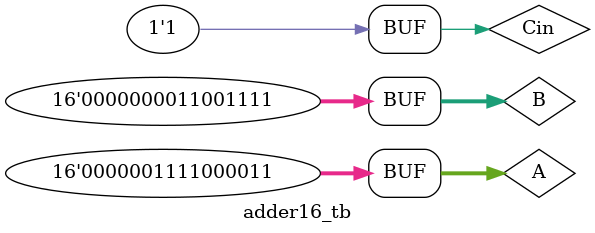
<source format=v>
`timescale 1ns / 1ps

module adder16_tb;
	reg [15:0] A;
	reg [15:0] B;
	reg Cin;

	wire [15:0] sum;
	wire Cout;
	wire Cout2;

	adder16 unit_adder (
		.A(A), 
		.B(B), 
		.Cin(Cin), 
		.sum(sum), 
		.Cout(Cout)
	);

	cla16 unit_cla (
		.A(A), 
		.B(B), 
		.Cin(Cin), 
		.sum(sum),
		.Cout(Cout2)
	);

	initial begin
		A = 16'b1111111100000000;
		B = 16'b0000000011111111;
		Cin = 1'b0;
		#50;
		A = 16'b1111111100000000;
		B = 16'b0000000011111111;
		Cin = 1'b1;
		#50
		A = 16'b0000001111000011;
		B = 16'b0000000011001111;
		Cin = 1'b1;
	end
endmodule


</source>
